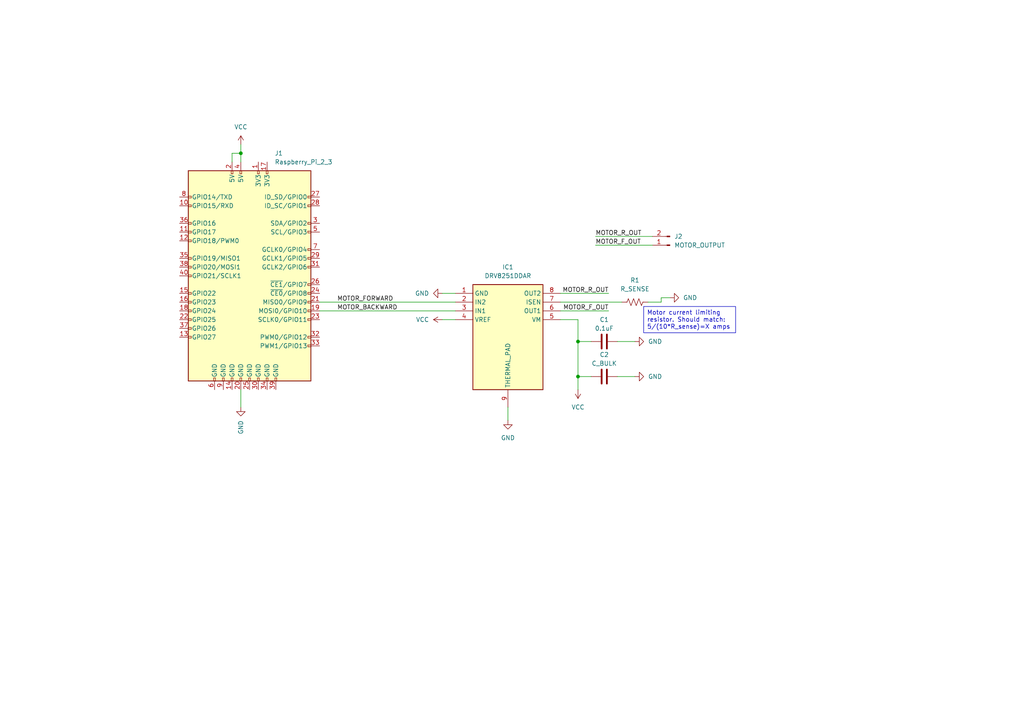
<source format=kicad_sch>
(kicad_sch (version 20230121) (generator eeschema)
  (paper "A4")
  (lib_symbols
    (symbol "Connector:Conn_01x02_Pin" (pin_names (offset 1.016) hide)
      (property "Reference" "J" (at 0 2.54 0))
      (property "Value" "Conn_01x02_Pin" (at 0 -5.08 0))
      (symbol "Conn_01x02_Pin_1_1"
        (polyline (pts (xy 1.27 -2.54) (xy 0.8636 -2.54)) (stroke (width 0.1524)))
        (polyline (pts (xy 1.27 0) (xy 0.8636 0)) (stroke (width 0.1524)))
        (rectangle (start 0.8636 -2.413) (end 0 -2.667) (stroke (width 0.1524)) (fill (type outline)))
        (rectangle (start 0.8636 0.127) (end 0 -0.127) (stroke (width 0.1524)) (fill (type outline)))
        (pin passive line (at 5.08 0 180) (length 3.81) (name "Pin_1") (number "1"))
        (pin passive line (at 5.08 -2.54 180) (length 3.81) (name "Pin_2") (number "2"))
      )
    )
    (symbol "Connector:Raspberry_Pi_2_3" (pin_names (offset 1.016))
      (property "Reference" "J" (at -17.78 31.75 0))
      (property "Value" "Raspberry_Pi_2_3" (at 10.16 -31.75 0))
      (symbol "Raspberry_Pi_2_3_0_1"
        (rectangle (start -17.78 30.48) (end 17.78 -30.48) (stroke (width 0.254)) (fill (type background)))
      )
      (symbol "Raspberry_Pi_2_3_1_1"
        (rectangle (start -16.891 -17.526) (end -17.78 -18.034))
        (rectangle (start -16.891 -14.986) (end -17.78 -15.494))
        (rectangle (start -16.891 -12.446) (end -17.78 -12.954))
        (rectangle (start -16.891 -9.906) (end -17.78 -10.414))
        (rectangle (start -16.891 -7.366) (end -17.78 -7.874))
        (rectangle (start -16.891 -4.826) (end -17.78 -5.334))
        (rectangle (start -16.891 0.254) (end -17.78 -0.254))
        (rectangle (start -16.891 2.794) (end -17.78 2.286))
        (rectangle (start -16.891 5.334) (end -17.78 4.826))
        (rectangle (start -16.891 10.414) (end -17.78 9.906))
        (rectangle (start -16.891 12.954) (end -17.78 12.446))
        (rectangle (start -16.891 15.494) (end -17.78 14.986))
        (rectangle (start -16.891 20.574) (end -17.78 20.066))
        (rectangle (start -16.891 23.114) (end -17.78 22.606))
        (rectangle (start -10.414 -29.591) (end -9.906 -30.48))
        (rectangle (start -7.874 -29.591) (end -7.366 -30.48))
        (rectangle (start -5.334 -29.591) (end -4.826 -30.48))
        (rectangle (start -5.334 30.48) (end -4.826 29.591))
        (rectangle (start -2.794 -29.591) (end -2.286 -30.48))
        (rectangle (start -2.794 30.48) (end -2.286 29.591))
        (rectangle (start -0.254 -29.591) (end 0.254 -30.48))
        (rectangle (start 2.286 -29.591) (end 2.794 -30.48))
        (rectangle (start 2.286 30.48) (end 2.794 29.591))
        (rectangle (start 4.826 -29.591) (end 5.334 -30.48))
        (rectangle (start 4.826 30.48) (end 5.334 29.591))
        (rectangle (start 7.366 -29.591) (end 7.874 -30.48))
        (rectangle (start 17.78 -20.066) (end 16.891 -20.574))
        (rectangle (start 17.78 -17.526) (end 16.891 -18.034))
        (rectangle (start 17.78 -12.446) (end 16.891 -12.954))
        (rectangle (start 17.78 -9.906) (end 16.891 -10.414))
        (rectangle (start 17.78 -7.366) (end 16.891 -7.874))
        (rectangle (start 17.78 -4.826) (end 16.891 -5.334))
        (rectangle (start 17.78 -2.286) (end 16.891 -2.794))
        (rectangle (start 17.78 2.794) (end 16.891 2.286))
        (rectangle (start 17.78 5.334) (end 16.891 4.826))
        (rectangle (start 17.78 7.874) (end 16.891 7.366))
        (rectangle (start 17.78 12.954) (end 16.891 12.446))
        (rectangle (start 17.78 15.494) (end 16.891 14.986))
        (rectangle (start 17.78 20.574) (end 16.891 20.066))
        (rectangle (start 17.78 23.114) (end 16.891 22.606))
        (pin power_in line (at 2.54 33.02 270) (length 2.54) (name "3V3") (number "1"))
        (pin bidirectional line (at -20.32 20.32 0) (length 2.54) (name "GPIO15/RXD") (number "10"))
        (pin bidirectional line (at -20.32 12.7 0) (length 2.54) (name "GPIO17") (number "11"))
        (pin bidirectional line (at -20.32 10.16 0) (length 2.54) (name "GPIO18/PWM0") (number "12"))
        (pin bidirectional line (at -20.32 -17.78 0) (length 2.54) (name "GPIO27") (number "13"))
        (pin power_in line (at -5.08 -33.02 90) (length 2.54) (name "GND") (number "14"))
        (pin bidirectional line (at -20.32 -5.08 0) (length 2.54) (name "GPIO22") (number "15"))
        (pin bidirectional line (at -20.32 -7.62 0) (length 2.54) (name "GPIO23") (number "16"))
        (pin power_in line (at 5.08 33.02 270) (length 2.54) (name "3V3") (number "17"))
        (pin bidirectional line (at -20.32 -10.16 0) (length 2.54) (name "GPIO24") (number "18"))
        (pin bidirectional line (at 20.32 -10.16 180) (length 2.54) (name "MOSI0/GPIO10") (number "19"))
        (pin power_in line (at -5.08 33.02 270) (length 2.54) (name "5V") (number "2"))
        (pin power_in line (at -2.54 -33.02 90) (length 2.54) (name "GND") (number "20"))
        (pin bidirectional line (at 20.32 -7.62 180) (length 2.54) (name "MISO0/GPIO9") (number "21"))
        (pin bidirectional line (at -20.32 -12.7 0) (length 2.54) (name "GPIO25") (number "22"))
        (pin bidirectional line (at 20.32 -12.7 180) (length 2.54) (name "SCLK0/GPIO11") (number "23"))
        (pin bidirectional line (at 20.32 -5.08 180) (length 2.54) (name "~{CE0}/GPIO8") (number "24"))
        (pin power_in line (at 0 -33.02 90) (length 2.54) (name "GND") (number "25"))
        (pin bidirectional line (at 20.32 -2.54 180) (length 2.54) (name "~{CE1}/GPIO7") (number "26"))
        (pin bidirectional line (at 20.32 22.86 180) (length 2.54) (name "ID_SD/GPIO0") (number "27"))
        (pin bidirectional line (at 20.32 20.32 180) (length 2.54) (name "ID_SC/GPIO1") (number "28"))
        (pin bidirectional line (at 20.32 5.08 180) (length 2.54) (name "GCLK1/GPIO5") (number "29"))
        (pin bidirectional line (at 20.32 15.24 180) (length 2.54) (name "SDA/GPIO2") (number "3"))
        (pin power_in line (at 2.54 -33.02 90) (length 2.54) (name "GND") (number "30"))
        (pin bidirectional line (at 20.32 2.54 180) (length 2.54) (name "GCLK2/GPIO6") (number "31"))
        (pin bidirectional line (at 20.32 -17.78 180) (length 2.54) (name "PWM0/GPIO12") (number "32"))
        (pin bidirectional line (at 20.32 -20.32 180) (length 2.54) (name "PWM1/GPIO13") (number "33"))
        (pin power_in line (at 5.08 -33.02 90) (length 2.54) (name "GND") (number "34"))
        (pin bidirectional line (at -20.32 5.08 0) (length 2.54) (name "GPIO19/MISO1") (number "35"))
        (pin bidirectional line (at -20.32 15.24 0) (length 2.54) (name "GPIO16") (number "36"))
        (pin bidirectional line (at -20.32 -15.24 0) (length 2.54) (name "GPIO26") (number "37"))
        (pin bidirectional line (at -20.32 2.54 0) (length 2.54) (name "GPIO20/MOSI1") (number "38"))
        (pin power_in line (at 7.62 -33.02 90) (length 2.54) (name "GND") (number "39"))
        (pin power_in line (at -2.54 33.02 270) (length 2.54) (name "5V") (number "4"))
        (pin bidirectional line (at -20.32 0 0) (length 2.54) (name "GPIO21/SCLK1") (number "40"))
        (pin bidirectional line (at 20.32 12.7 180) (length 2.54) (name "SCL/GPIO3") (number "5"))
        (pin power_in line (at -10.16 -33.02 90) (length 2.54) (name "GND") (number "6"))
        (pin bidirectional line (at 20.32 7.62 180) (length 2.54) (name "GCLK0/GPIO4") (number "7"))
        (pin bidirectional line (at -20.32 22.86 0) (length 2.54) (name "GPIO14/TXD") (number "8"))
        (pin power_in line (at -7.62 -33.02 90) (length 2.54) (name "GND") (number "9"))
      )
    )
    (symbol "DRV8251DDAR:DRV8251DDAR"
      (property "Reference" "IC" (at 26.67 7.62 0))
      (property "Value" "DRV8251DDAR" (at 26.67 5.08 0))
      (symbol "DRV8251DDAR_1_1"
        (rectangle (start 5.08 2.54) (end 25.4 -27.94) (stroke (width 0.254)) (fill (type background)))
        (pin passive line (at 0 0 0) (length 5.08) (name "GND") (number "1"))
        (pin passive line (at 0 -2.54 0) (length 5.08) (name "IN2") (number "2"))
        (pin passive line (at 0 -5.08 0) (length 5.08) (name "IN1") (number "3"))
        (pin passive line (at 0 -7.62 0) (length 5.08) (name "VREF") (number "4"))
        (pin passive line (at 30.48 -7.62 180) (length 5.08) (name "VM") (number "5"))
        (pin passive line (at 30.48 -5.08 180) (length 5.08) (name "OUT1") (number "6"))
        (pin passive line (at 30.48 -2.54 180) (length 5.08) (name "ISEN") (number "7"))
        (pin passive line (at 30.48 0 180) (length 5.08) (name "OUT2") (number "8"))
        (pin passive line (at 15.24 -33.02 90) (length 5.08) (name "THERMAL_PAD") (number "9"))
      )
    )
    (symbol "Device:C" (pin_numbers hide) (pin_names (offset 0.254))
      (property "Reference" "C" (at 0.635 2.54 0))
      (property "Value" "C" (at 0.635 -2.54 0))
      (symbol "C_0_1"
        (polyline (pts (xy -2.032 -0.762) (xy 2.032 -0.762)) (stroke (width 0.508)))
        (polyline (pts (xy -2.032 0.762) (xy 2.032 0.762)) (stroke (width 0.508)))
      )
      (symbol "C_1_1"
        (pin passive line (at 0 3.81 270) (length 2.794) (name "~") (number "1"))
        (pin passive line (at 0 -3.81 90) (length 2.794) (name "~") (number "2"))
      )
    )
    (symbol "Device:R_US" (pin_numbers hide) (pin_names (offset 0))
      (property "Reference" "R" (at 2.54 0 90))
      (property "Value" "R_US" (at -2.54 0 90))
      (symbol "R_US_0_1"
        (polyline (pts (xy 0 -2.286) (xy 0 -2.54)))
        (polyline (pts (xy 0 2.286) (xy 0 2.54)))
        (polyline (pts (xy 0 -0.762) (xy 1.016 -1.143) (xy 0 -1.524) (xy -1.016 -1.905) (xy 0 -2.286)))
        (polyline (pts (xy 0 0.762) (xy 1.016 0.381) (xy 0 0) (xy -1.016 -0.381) (xy 0 -0.762)))
        (polyline (pts (xy 0 2.286) (xy 1.016 1.905) (xy 0 1.524) (xy -1.016 1.143) (xy 0 0.762)))
      )
      (symbol "R_US_1_1"
        (pin passive line (at 0 3.81 270) (length 1.27) (name "~") (number "1"))
        (pin passive line (at 0 -3.81 90) (length 1.27) (name "~") (number "2"))
      )
    )
    (symbol "power:GND" (power) (pin_names (offset 0))
      (property "Value" "GND" (at 0 -3.81 0))
      (symbol "GND_0_1"
        (polyline (pts (xy 0 0) (xy 0 -1.27) (xy 1.27 -1.27) (xy 0 -2.54) (xy -1.27 -1.27) (xy 0 -1.27)))
      )
      (symbol "GND_1_1"
        (pin power_in line (at 0 0 270) (length 0) hide (name "GND") (number "1"))
      )
    )
    (symbol "power:VCC" (power) (pin_names (offset 0))
      (property "Value" "VCC" (at 0 3.81 0))
      (symbol "VCC_0_1"
        (polyline (pts (xy -0.762 1.27) (xy 0 2.54)))
        (polyline (pts (xy 0 0) (xy 0 2.54)))
        (polyline (pts (xy 0 2.54) (xy 0.762 1.27)))
      )
      (symbol "VCC_1_1"
        (pin power_in line (at 0 0 90) (length 0) hide (name "VCC") (number "1"))
      )
    )
  )
  (junction (at 167.64 109.22))
  (junction (at 69.85 44.45))
  (junction (at 167.64 99.06))
  (wire (pts (xy 69.85 113.03) (xy 69.85 118.11)))
  (wire (pts (xy 162.56 90.17) (xy 176.53 90.17)))
  (wire (pts (xy 179.07 99.06) (xy 184.15 99.06)))
  (wire (pts (xy 92.71 90.17) (xy 132.08 90.17)))
  (wire (pts (xy 69.85 46.99) (xy 69.85 44.45)))
  (wire (pts (xy 172.72 71.12) (xy 189.23 71.12)))
  (wire (pts (xy 167.64 109.22) (xy 167.64 99.06)))
  (wire (pts (xy 167.64 109.22) (xy 171.45 109.22)))
  (wire (pts (xy 92.71 87.63) (xy 132.08 87.63)))
  (wire (pts (xy 128.27 85.09) (xy 132.08 85.09)))
  (wire (pts (xy 172.72 68.58) (xy 189.23 68.58)))
  (wire (pts (xy 69.85 44.45) (xy 67.31 44.45)))
  (wire (pts (xy 67.31 44.45) (xy 67.31 46.99)))
  (wire (pts (xy 69.85 41.91) (xy 69.85 44.45)))
  (wire (pts (xy 167.64 99.06) (xy 167.64 92.71)))
  (wire (pts (xy 147.32 118.11) (xy 147.32 121.92)))
  (wire (pts (xy 162.56 85.09) (xy 176.53 85.09)))
  (wire (pts (xy 162.56 87.63) (xy 180.34 87.63)))
  (wire (pts (xy 191.77 87.63) (xy 187.96 87.63)))
  (wire (pts (xy 167.64 113.03) (xy 167.64 109.22)))
  (wire (pts (xy 191.77 86.36) (xy 194.31 86.36)))
  (wire (pts (xy 191.77 86.36) (xy 191.77 87.63)))
  (wire (pts (xy 179.07 109.22) (xy 184.15 109.22)))
  (wire (pts (xy 128.27 92.71) (xy 132.08 92.71)))
  (wire (pts (xy 167.64 99.06) (xy 171.45 99.06)))
  (wire (pts (xy 167.64 92.71) (xy 162.56 92.71)))
  (text_box "Motor current limiting resistor. Should match:\n5/(10*R_sense)=X amps" (at 186.69 88.9 0) (size 26.67 7.62) (effects (font (size 1.27 1.27)) (justify left top)))
  (label "MOTOR_F_OUT" (at 176.53 90.17 180))
  (label "MOTOR_BACKWARD" (at 97.79 90.17 0))
  (label "MOTOR_R_OUT" (at 176.53 85.09 180))
  (label "MOTOR_FORWARD" (at 97.79 87.63 0))
  (label "MOTOR_F_OUT" (at 172.72 71.12 0))
  (label "MOTOR_R_OUT" (at 172.72 68.58 0))
  (symbol (lib_id "Device:C") (at 175.26 109.22 90) (unit 1)
    (property "Reference" "C2" (at 175.26 102.87 90))
    (property "Value" "C_BULK" (at 175.26 105.41 90))
  )
  (symbol (lib_id "Device:R_US") (at 184.15 87.63 90) (unit 1)
    (property "Reference" "R1" (at 184.15 81.28 90))
    (property "Value" "R_SENSE" (at 184.15 83.82 90))
  )
  (symbol (lib_id "power:GND") (at 69.85 118.11 0) (unit 1)
    (property "Reference" "#PWR01" (effects hide))
    (property "Value" "GND" (at 69.85 121.92 90) (effects (justify right)))
  )
  (symbol (lib_id "power:GND") (at 128.27 85.09 270) (unit 1)
    (property "Reference" "#PWR02" (effects hide))
    (property "Value" "GND" (at 124.46 85.09 90) (effects (justify right)))
  )
  (symbol (lib_id "DRV8251DDAR:DRV8251DDAR") (at 132.08 85.09 0) (unit 1)
    (property "Reference" "IC1" (at 147.32 77.47 0))
    (property "Value" "DRV8251DDAR" (at 147.32 80.01 0))
    (property "Footprint" "SOIC127P600X170-9N" (effects hide))
    (property "Datasheet" "https://www.arrow.com/en/products/drv8251ddar/texas-instruments?region=nac" (effects hide))
    (property "Height" "1.7" (effects hide))
    (property "Manufacturer_Name" "Texas Instruments" (effects hide))
    (property "Manufacturer_Part_Number" "DRV8251DDAR" (effects hide))
    (property "Mouser Part Number" "595-DRV8251DDAR" (effects hide))
    (property "Mouser Price/Stock" "https://www.mouser.co.uk/ProductDetail/Texas-Instruments/DRV8251DDAR?qs=doiCPypUmgHTzZyfapGahQ%3D%3D" (effects hide))
    (property "Arrow Part Number" "DRV8251DDAR" (effects hide))
    (property "Arrow Price/Stock" "https://www.arrow.com/en/products/drv8251ddar/texas-instruments?region=nac" (effects hide))
  )
  (symbol (lib_id "Connector:Raspberry_Pi_2_3") (at 72.39 80.01 0) (unit 1)
    (property "Reference" "J1" (at 79.6641 44.45 0) (effects (justify left)))
    (property "Value" "Raspberry_Pi_2_3" (at 79.6641 46.99 0) (effects (justify left)))
    (property "Datasheet" "https://www.raspberrypi.org/documentation/hardware/raspberrypi/schematics/rpi_SCH_3bplus_1p0_reduced.pdf" (effects hide))
  )
  (symbol (lib_id "Connector:Conn_01x02_Pin") (at 194.31 71.12 180) (unit 1)
    (property "Reference" "J2" (at 195.58 68.58 0) (effects (justify right)))
    (property "Value" "MOTOR_OUTPUT" (at 195.58 71.12 0) (effects (justify right)))
  )
  (symbol (lib_id "power:VCC") (at 167.64 113.03 180) (unit 1)
    (property "Reference" "#PWR07" (effects hide))
    (property "Value" "VCC" (at 167.64 118.11 0))
  )
  (symbol (lib_id "Device:C") (at 175.26 99.06 90) (unit 1)
    (property "Reference" "C1" (at 175.26 92.71 90))
    (property "Value" "0.1uF" (at 175.26 95.25 90))
  )
  (symbol (lib_id "power:GND") (at 184.15 109.22 90) (unit 1)
    (property "Reference" "#PWR09" (effects hide))
    (property "Value" "GND" (at 187.96 109.22 90) (effects (justify right)))
  )
  (symbol (lib_id "power:GND") (at 147.32 121.92 0) (unit 1)
    (property "Reference" "#PWR05" (effects hide))
    (property "Value" "GND" (at 147.32 127 0))
  )
  (symbol (lib_id "power:GND") (at 194.31 86.36 90) (unit 1)
    (property "Reference" "#PWR06" (effects hide))
    (property "Value" "GND" (at 198.12 86.36 90) (effects (justify right)))
  )
  (symbol (lib_id "power:GND") (at 184.15 99.06 90) (unit 1)
    (property "Reference" "#PWR08" (effects hide))
    (property "Value" "GND" (at 187.96 99.06 90) (effects (justify right)))
  )
  (symbol (lib_id "power:VCC") (at 128.27 92.71 90) (unit 1)
    (property "Reference" "#PWR03" (effects hide))
    (property "Value" "VCC" (at 124.46 92.71 90) (effects (justify left)))
  )
  (symbol (lib_id "power:VCC") (at 69.85 41.91 0) (unit 1)
    (property "Reference" "#PWR04" (effects hide))
    (property "Value" "VCC" (at 69.85 36.83 0))
  )
)
</source>
